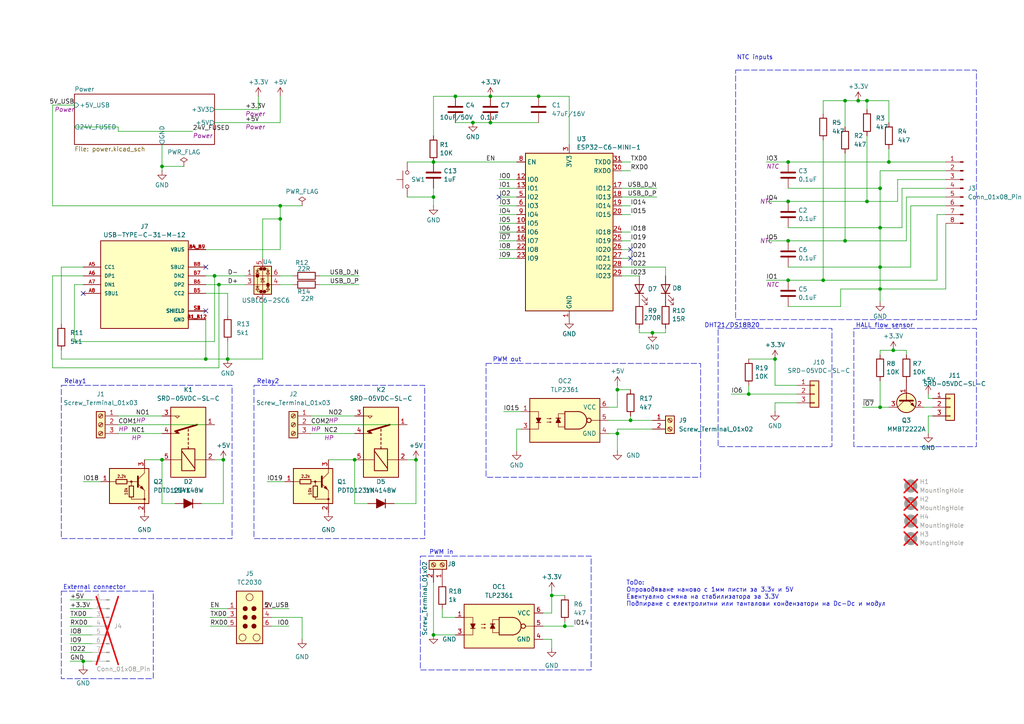
<source format=kicad_sch>
(kicad_sch (version 20250114) (generator "eeschema") (generator_version "9.0")
  (paper "A4")
  (rectangle (start 73.66 111.76) (end 123.19 156.21) (stroke (width 0) (type dash)))
  (rectangle (start 208.28 95.25) (end 208.28 95.25))
  (rectangle (start 208.28 95.25) (end 241.3 129.54) (stroke (width 0) (type dash)))
  (rectangle (start 121.92 161.29) (end 171.45 194.31) (stroke (width 0) (type dash)))
  (rectangle (start 140.97 105.41) (end 203.2 138.43) (stroke (width 0) (type dash)))
  (rectangle (start 213.36 20.32) (end 283.21 92.71) (stroke (width 0) (type dash)))
  (rectangle (start 247.65 95.25) (end 283.21 129.54) (stroke (width 0) (type dash)))
  (rectangle (start 17.78 111.76) (end 67.31 156.21) (stroke (width 0) (type dash)))
  (rectangle (start 17.78 171.45) (end 44.45 196.85) (stroke (width 0) (type dash)))
  (text "NTC inputs" (at 218.948 16.764 0) (effects (font (size 1.27 1.27))))
  (text "Relay1" (at 21.844 110.744 0) (effects (font (size 1.27 1.27))))
  (text "PWM out" (at 147.066 104.394 0) (effects (font (size 1.27 1.27))))
  (text "HALL flow sensor" (at 256.54 94.488 0) (effects (font (size 1.27 1.27))))
  (text "External connector" (at 27.432 170.434 0) (effects (font (size 1.27 1.27))))
  (text "Relay2" (at 77.724 110.744 0) (effects (font (size 1.27 1.27))))
  (text "PWM in\n" (at 128.016 160.274 0) (effects (font (size 1.27 1.27))))
  (text "ToDo:\nОпроводяване наново с 1мм писти за 3.3v и 5V\nЕвентуално смяна на стабилизатора за 3.3V\nПодпиране с електролитни или танталови кондензатори на Dc-Dc и модул" (at 181.61 172.212 0) (effects (font (size 1.27 1.27)) (justify left)))
  (text "DHT21/DS18B20" (at 212.344 94.488 0) (effects (font (size 1.27 1.27))))
  (junction (at 245.11 29.21))
  (junction (at 163.83 181.61))
  (junction (at 251.46 58.42))
  (junction (at 238.76 81.28))
  (junction (at 137.16 35.56))
  (junction (at 142.24 35.56))
  (junction (at 62.23 80.01))
  (junction (at 102.87 133.35))
  (junction (at 255.27 77.47))
  (junction (at 179.07 125.73))
  (junction (at 182.88 121.92))
  (junction (at 24.13 191.77))
  (junction (at 125.73 57.15))
  (junction (at 251.46 29.21))
  (junction (at 46.99 48.26))
  (junction (at 125.73 46.99))
  (junction (at 132.08 27.94))
  (junction (at 255.27 66.04))
  (junction (at 64.77 133.35))
  (junction (at 255.27 118.11))
  (junction (at 179.07 113.03))
  (junction (at 120.65 133.35))
  (junction (at 81.28 63.5))
  (junction (at 46.99 133.35))
  (junction (at 160.02 172.72))
  (junction (at 156.21 27.94))
  (junction (at 189.23 96.52))
  (junction (at 228.6 46.99))
  (junction (at 59.69 104.14))
  (junction (at 63.5 82.55))
  (junction (at 224.79 104.14))
  (junction (at 228.6 81.28))
  (junction (at 248.92 29.21))
  (junction (at 228.6 69.85))
  (junction (at 217.17 114.3))
  (junction (at 257.81 46.99))
  (junction (at 125.73 184.15))
  (junction (at 142.24 27.94))
  (junction (at 259.08 101.6))
  (junction (at 245.11 69.85))
  (junction (at 66.04 104.14))
  (junction (at 255.27 83.82))
  (junction (at 255.27 54.61))
  (junction (at 228.6 58.42))
  (junction (at 81.28 59.69))
  (no_connect (at 182.88 72.39))
  (no_connect (at 59.69 77.47))
  (no_connect (at 24.13 85.09))
  (no_connect (at 182.88 74.93))
  (no_connect (at 144.78 57.15))
  (no_connect (at 59.69 90.17))
  (wire (pts (xy 228.6 58.42) (xy 251.46 58.42)))
  (wire (pts (xy 90.17 123.19) (xy 118.11 123.19)))
  (wire (pts (xy 20.32 189.23) (xy 26.67 189.23)))
  (wire (pts (xy 46.99 41.91) (xy 46.99 48.26)))
  (wire (pts (xy 261.62 54.61) (xy 261.62 66.04)))
  (wire (pts (xy 274.32 59.69) (xy 264.16 59.69)))
  (wire (pts (xy 64.77 146.05) (xy 64.77 133.35)))
  (wire (pts (xy 149.86 124.46) (xy 149.86 130.81)))
  (wire (pts (xy 62.23 99.06) (xy 62.23 80.01)))
  (wire (pts (xy 34.29 36.83) (xy 34.29 38.1)))
  (wire (pts (xy 231.14 114.3) (xy 217.17 114.3)))
  (wire (pts (xy 260.35 58.42) (xy 251.46 58.42)))
  (wire (pts (xy 81.28 72.39) (xy 81.28 63.5)))
  (wire (pts (xy 165.1 27.94) (xy 165.1 41.91)))
  (wire (pts (xy 255.27 49.53) (xy 255.27 54.61)))
  (wire (pts (xy 144.78 67.31) (xy 149.86 67.31)))
  (wire (pts (xy 132.08 35.56) (xy 137.16 35.56)))
  (wire (pts (xy 228.6 77.47) (xy 255.27 77.47)))
  (wire (pts (xy 257.81 43.18) (xy 257.81 46.99)))
  (wire (pts (xy 151.13 124.46) (xy 149.86 124.46)))
  (wire (pts (xy 255.27 118.11) (xy 257.81 118.11)))
  (wire (pts (xy 20.32 173.99) (xy 26.67 173.99)))
  (wire (pts (xy 76.2 63.5) (xy 81.28 63.5)))
  (wire (pts (xy 189.23 124.46) (xy 179.07 124.46)))
  (wire (pts (xy 179.07 113.03) (xy 182.88 113.03)))
  (wire (pts (xy 90.17 125.73) (xy 102.87 125.73)))
  (wire (pts (xy 180.34 69.85) (xy 182.88 69.85)))
  (wire (pts (xy 262.89 101.6) (xy 262.89 102.87)))
  (wire (pts (xy 255.27 77.47) (xy 255.27 83.82)))
  (wire (pts (xy 255.27 49.53) (xy 274.32 49.53)))
  (wire (pts (xy 144.78 57.15) (xy 149.86 57.15)))
  (wire (pts (xy 144.78 72.39) (xy 149.86 72.39)))
  (wire (pts (xy 160.02 172.72) (xy 160.02 177.8)))
  (wire (pts (xy 267.97 118.11) (xy 270.51 118.11)))
  (wire (pts (xy 24.13 191.77) (xy 24.13 193.04)))
  (wire (pts (xy 228.6 81.28) (xy 238.76 81.28)))
  (wire (pts (xy 262.89 69.85) (xy 245.11 69.85)))
  (wire (pts (xy 222.25 58.42) (xy 228.6 58.42)))
  (wire (pts (xy 243.84 83.82) (xy 255.27 83.82)))
  (wire (pts (xy 228.6 66.04) (xy 255.27 66.04)))
  (wire (pts (xy 255.27 54.61) (xy 255.27 66.04)))
  (wire (pts (xy 60.96 181.61) (xy 66.04 181.61)))
  (wire (pts (xy 58.42 146.05) (xy 64.77 146.05)))
  (wire (pts (xy 87.63 179.07) (xy 87.63 185.42)))
  (wire (pts (xy 176.53 125.73) (xy 179.07 125.73)))
  (wire (pts (xy 120.65 146.05) (xy 120.65 133.35)))
  (wire (pts (xy 34.29 38.1) (xy 55.88 38.1)))
  (wire (pts (xy 81.28 82.55) (xy 85.09 82.55)))
  (wire (pts (xy 59.69 92.71) (xy 59.69 104.14)))
  (wire (pts (xy 176.53 121.92) (xy 182.88 121.92)))
  (wire (pts (xy 20.32 191.77) (xy 24.13 191.77)))
  (wire (pts (xy 20.32 179.07) (xy 26.67 179.07)))
  (wire (pts (xy 274.32 83.82) (xy 255.27 83.82)))
  (wire (pts (xy 46.99 48.26) (xy 46.99 49.53)))
  (wire (pts (xy 255.27 102.87) (xy 255.27 101.6)))
  (wire (pts (xy 217.17 104.14) (xy 224.79 104.14)))
  (wire (pts (xy 271.78 62.23) (xy 271.78 81.28)))
  (wire (pts (xy 222.25 81.28) (xy 228.6 81.28)))
  (wire (pts (xy 125.73 39.37) (xy 125.73 27.94)))
  (wire (pts (xy 34.29 36.83) (xy 21.59 36.83)))
  (wire (pts (xy 163.83 181.61) (xy 163.83 180.34)))
  (wire (pts (xy 180.34 67.31) (xy 182.88 67.31)))
  (wire (pts (xy 144.78 74.93) (xy 149.86 74.93)))
  (wire (pts (xy 63.5 82.55) (xy 71.12 82.55)))
  (wire (pts (xy 62.23 35.56) (xy 81.28 35.56)))
  (wire (pts (xy 15.24 106.68) (xy 63.5 106.68)))
  (wire (pts (xy 144.78 62.23) (xy 149.86 62.23)))
  (wire (pts (xy 274.32 54.61) (xy 261.62 54.61)))
  (wire (pts (xy 66.04 85.09) (xy 59.69 85.09)))
  (wire (pts (xy 156.21 27.94) (xy 165.1 27.94)))
  (wire (pts (xy 118.11 133.35) (xy 120.65 133.35)))
  (wire (pts (xy 180.34 57.15) (xy 190.5 57.15)))
  (wire (pts (xy 245.11 29.21) (xy 245.11 36.83)))
  (wire (pts (xy 50.8 146.05) (xy 46.99 146.05)))
  (wire (pts (xy 179.07 124.46) (xy 179.07 125.73)))
  (wire (pts (xy 228.6 46.99) (xy 257.81 46.99)))
  (wire (pts (xy 222.25 46.99) (xy 228.6 46.99)))
  (wire (pts (xy 274.32 52.07) (xy 260.35 52.07)))
  (wire (pts (xy 251.46 29.21) (xy 251.46 31.75)))
  (wire (pts (xy 76.2 63.5) (xy 76.2 74.93)))
  (wire (pts (xy 34.29 120.65) (xy 46.99 120.65)))
  (wire (pts (xy 269.24 115.57) (xy 269.24 114.3)))
  (wire (pts (xy 102.87 133.35) (xy 95.25 133.35)))
  (wire (pts (xy 269.24 120.65) (xy 270.51 120.65)))
  (wire (pts (xy 255.27 101.6) (xy 259.08 101.6)))
  (wire (pts (xy 144.78 52.07) (xy 149.86 52.07)))
  (wire (pts (xy 231.14 116.84) (xy 224.79 116.84)))
  (wire (pts (xy 77.47 139.7) (xy 82.55 139.7)))
  (wire (pts (xy 274.32 64.77) (xy 274.32 83.82)))
  (wire (pts (xy 180.34 49.53) (xy 182.88 49.53)))
  (wire (pts (xy 257.81 46.99) (xy 274.32 46.99)))
  (wire (pts (xy 15.24 59.69) (xy 15.24 30.48)))
  (wire (pts (xy 59.69 104.14) (xy 66.04 104.14)))
  (wire (pts (xy 62.23 133.35) (xy 64.77 133.35)))
  (wire (pts (xy 83.82 181.61) (xy 78.74 181.61)))
  (wire (pts (xy 15.24 80.01) (xy 15.24 106.68)))
  (wire (pts (xy 222.25 69.85) (xy 228.6 69.85)))
  (wire (pts (xy 157.48 181.61) (xy 163.83 181.61)))
  (wire (pts (xy 66.04 104.14) (xy 76.2 104.14)))
  (wire (pts (xy 74.93 31.75) (xy 74.93 27.94)))
  (wire (pts (xy 15.24 30.48) (xy 21.59 30.48)))
  (wire (pts (xy 81.28 35.56) (xy 81.28 27.94)))
  (wire (pts (xy 34.29 125.73) (xy 46.99 125.73)))
  (wire (pts (xy 92.71 80.01) (xy 104.14 80.01)))
  (wire (pts (xy 125.73 184.15) (xy 125.73 168.91)))
  (wire (pts (xy 238.76 29.21) (xy 245.11 29.21)))
  (wire (pts (xy 264.16 77.47) (xy 255.27 77.47)))
  (wire (pts (xy 179.07 125.73) (xy 179.07 130.81)))
  (wire (pts (xy 179.07 111.76) (xy 179.07 113.03)))
  (wire (pts (xy 274.32 57.15) (xy 262.89 57.15)))
  (wire (pts (xy 125.73 57.15) (xy 125.73 54.61)))
  (wire (pts (xy 180.34 54.61) (xy 190.5 54.61)))
  (wire (pts (xy 63.5 106.68) (xy 63.5 82.55)))
  (wire (pts (xy 17.78 101.6) (xy 17.78 104.14)))
  (wire (pts (xy 132.08 27.94) (xy 142.24 27.94)))
  (wire (pts (xy 142.24 35.56) (xy 156.21 35.56)))
  (wire (pts (xy 146.05 119.38) (xy 151.13 119.38)))
  (wire (pts (xy 259.08 101.6) (xy 262.89 101.6)))
  (wire (pts (xy 92.71 82.55) (xy 104.14 82.55)))
  (wire (pts (xy 261.62 66.04) (xy 255.27 66.04)))
  (wire (pts (xy 185.42 95.25) (xy 185.42 96.52)))
  (wire (pts (xy 217.17 114.3) (xy 217.17 111.76)))
  (wire (pts (xy 20.32 176.53) (xy 26.67 176.53)))
  (wire (pts (xy 81.28 59.69) (xy 87.63 59.69)))
  (wire (pts (xy 255.27 110.49) (xy 255.27 118.11)))
  (wire (pts (xy 262.89 57.15) (xy 262.89 69.85)))
  (wire (pts (xy 251.46 29.21) (xy 257.81 29.21)))
  (wire (pts (xy 34.29 123.19) (xy 62.23 123.19)))
  (wire (pts (xy 270.51 115.57) (xy 269.24 115.57)))
  (wire (pts (xy 257.81 35.56) (xy 257.81 29.21)))
  (wire (pts (xy 260.35 52.07) (xy 260.35 58.42)))
  (wire (pts (xy 24.13 191.77) (xy 26.67 191.77)))
  (wire (pts (xy 46.99 48.26) (xy 53.34 48.26)))
  (wire (pts (xy 238.76 40.64) (xy 238.76 81.28)))
  (wire (pts (xy 160.02 172.72) (xy 163.83 172.72)))
  (wire (pts (xy 149.86 46.99) (xy 125.73 46.99)))
  (wire (pts (xy 228.6 69.85) (xy 245.11 69.85)))
  (wire (pts (xy 144.78 64.77) (xy 149.86 64.77)))
  (wire (pts (xy 250.19 118.11) (xy 255.27 118.11)))
  (wire (pts (xy 81.28 59.69) (xy 15.24 59.69)))
  (wire (pts (xy 189.23 121.92) (xy 182.88 121.92)))
  (wire (pts (xy 180.34 62.23) (xy 182.88 62.23)))
  (wire (pts (xy 144.78 69.85) (xy 149.86 69.85)))
  (wire (pts (xy 137.16 35.56) (xy 142.24 35.56)))
  (wire (pts (xy 160.02 171.45) (xy 160.02 172.72)))
  (wire (pts (xy 182.88 121.92) (xy 182.88 120.65)))
  (wire (pts (xy 76.2 104.14) (xy 76.2 87.63)))
  (wire (pts (xy 20.32 181.61) (xy 26.67 181.61)))
  (wire (pts (xy 157.48 185.42) (xy 160.02 185.42)))
  (wire (pts (xy 189.23 96.52) (xy 193.04 96.52)))
  (wire (pts (xy 132.08 179.07) (xy 128.27 179.07)))
  (wire (pts (xy 264.16 59.69) (xy 264.16 77.47)))
  (wire (pts (xy 224.79 116.84) (xy 224.79 119.38)))
  (wire (pts (xy 59.69 72.39) (xy 81.28 72.39)))
  (wire (pts (xy 125.73 59.69) (xy 125.73 57.15)))
  (wire (pts (xy 78.74 179.07) (xy 87.63 179.07)))
  (wire (pts (xy 81.28 80.01) (xy 85.09 80.01)))
  (wire (pts (xy 193.04 95.25) (xy 193.04 96.52)))
  (wire (pts (xy 46.99 133.35) (xy 41.91 133.35)))
  (wire (pts (xy 132.08 27.94) (xy 125.73 27.94)))
  (wire (pts (xy 185.42 96.52) (xy 189.23 96.52)))
  (wire (pts (xy 17.78 77.47) (xy 17.78 93.98)))
  (wire (pts (xy 17.78 104.14) (xy 59.69 104.14)))
  (wire (pts (xy 46.99 146.05) (xy 46.99 133.35)))
  (wire (pts (xy 118.11 46.99) (xy 125.73 46.99)))
  (wire (pts (xy 78.74 176.53) (xy 83.82 176.53)))
  (wire (pts (xy 21.59 82.55) (xy 21.59 99.06)))
  (wire (pts (xy 180.34 72.39) (xy 182.88 72.39)))
  (wire (pts (xy 179.07 113.03) (xy 179.07 118.11)))
  (wire (pts (xy 228.6 88.9) (xy 243.84 88.9)))
  (wire (pts (xy 144.78 54.61) (xy 149.86 54.61)))
  (wire (pts (xy 24.13 82.55) (xy 21.59 82.55)))
  (wire (pts (xy 180.34 74.93) (xy 182.88 74.93)))
  (wire (pts (xy 160.02 177.8) (xy 157.48 177.8)))
  (wire (pts (xy 24.13 80.01) (xy 15.24 80.01)))
  (wire (pts (xy 180.34 59.69) (xy 182.88 59.69)))
  (wire (pts (xy 62.23 80.01) (xy 71.12 80.01)))
  (wire (pts (xy 251.46 39.37) (xy 251.46 58.42)))
  (wire (pts (xy 144.78 59.69) (xy 149.86 59.69)))
  (wire (pts (xy 224.79 111.76) (xy 224.79 104.14)))
  (wire (pts (xy 24.13 139.7) (xy 29.21 139.7)))
  (wire (pts (xy 245.11 29.21) (xy 248.92 29.21)))
  (wire (pts (xy 59.69 82.55) (xy 63.5 82.55)))
  (wire (pts (xy 20.32 186.69) (xy 26.67 186.69)))
  (wire (pts (xy 180.34 80.01) (xy 185.42 80.01)))
  (wire (pts (xy 243.84 88.9) (xy 243.84 83.82)))
  (wire (pts (xy 255.27 66.04) (xy 255.27 77.47)))
  (wire (pts (xy 20.32 184.15) (xy 26.67 184.15)))
  (wire (pts (xy 248.92 29.21) (xy 251.46 29.21)))
  (wire (pts (xy 128.27 179.07) (xy 128.27 176.53)))
  (wire (pts (xy 228.6 54.61) (xy 255.27 54.61)))
  (wire (pts (xy 160.02 185.42) (xy 160.02 187.96)))
  (wire (pts (xy 271.78 81.28) (xy 238.76 81.28)))
  (wire (pts (xy 231.14 111.76) (xy 224.79 111.76)))
  (wire (pts (xy 212.09 114.3) (xy 217.17 114.3)))
  (wire (pts (xy 255.27 83.82) (xy 255.27 87.63)))
  (wire (pts (xy 66.04 99.06) (xy 66.04 104.14)))
  (wire (pts (xy 21.59 99.06) (xy 62.23 99.06)))
  (wire (pts (xy 60.96 176.53) (xy 66.04 176.53)))
  (wire (pts (xy 102.87 146.05) (xy 102.87 133.35)))
  (wire (pts (xy 269.24 120.65) (xy 269.24 125.73)))
  (wire (pts (xy 59.69 80.01) (xy 62.23 80.01)))
  (wire (pts (xy 245.11 44.45) (xy 245.11 69.85)))
  (wire (pts (xy 81.28 59.69) (xy 81.28 63.5)))
  (wire (pts (xy 106.68 146.05) (xy 102.87 146.05)))
  (wire (pts (xy 24.13 77.47) (xy 17.78 77.47)))
  (wire (pts (xy 62.23 31.75) (xy 74.93 31.75)))
  (wire (pts (xy 90.17 120.65) (xy 102.87 120.65)))
  (wire (pts (xy 180.34 77.47) (xy 193.04 77.47)))
  (wire (pts (xy 60.96 179.07) (xy 66.04 179.07)))
  (wire (pts (xy 114.3 146.05) (xy 120.65 146.05)))
  (wire (pts (xy 179.07 118.11) (xy 176.53 118.11)))
  (wire (pts (xy 274.32 62.23) (xy 271.78 62.23)))
  (wire (pts (xy 66.04 91.44) (xy 66.04 85.09)))
  (wire (pts (xy 142.24 27.94) (xy 156.21 27.94)))
  (wire (pts (xy 163.83 181.61) (xy 166.37 181.61)))
  (wire (pts (xy 238.76 33.02) (xy 238.76 29.21)))
  (wire (pts (xy 125.73 184.15) (xy 132.08 184.15)))
  (wire (pts (xy 180.34 46.99) (xy 182.88 46.99)))
  (wire (pts (xy 193.04 77.47) (xy 193.04 80.01)))
  (wire (pts (xy 118.11 57.15) (xy 125.73 57.15)))
  (label "~{IO7}" (at 250.19 118.11 0))
  (label "USB_D_N" (at 104.14 80.01 180))
  (label "IO20" (at 182.88 72.39 0))
  (label "RXD0" (at 60.96 181.61 0))
  (label "~{IO7}" (at 144.78 69.85 0))
  (label "5V_USB" (at 21.59 30.48 180) (property "Netclass" "Power" (at 21.59 31.75 0) (effects (font (italic yes)) (justify right))))
  (label "IO3" (at 144.78 59.69 0))
  (label "+3.3V" (at 20.32 176.53 0))
  (label "IO22" (at 182.88 77.47 0))
  (label "COM2" (at 90.17 123.19 0) (property "Netclass" "HP" (at 90.17 124.46 0) (effects (font (italic yes)) (justify left))))
  (label "IO19" (at 182.88 69.85 0))
  (label "IO0" (at 144.78 52.07 0))
  (label "IO1" (at 222.25 81.28 0) (property "Netclass" "NTC" (at 222.25 82.55 0) (effects (font (italic yes)) (justify left))))
  (label "24V_FUSED" (at 55.88 38.1 0) (property "Netclass" "Power" (at 55.88 39.37 0) (effects (font (italic yes)) (justify left))))
  (label "IO8" (at 144.78 72.39 0))
  (label "IO21" (at 182.88 74.93 0))
  (label "EN" (at 140.97 46.99 0))
  (label "NC1" (at 38.1 125.73 0) (property "Netclass" "HP" (at 38.1 127 0) (effects (font (italic yes)) (justify left))))
  (label "IO4" (at 144.78 62.23 0))
  (label "IO3" (at 222.25 46.99 0) (property "Netclass" "NTC" (at 222.25 48.26 0) (effects (font (italic yes)) (justify left))))
  (label "IO18" (at 24.13 139.7 0))
  (label "TXD0" (at 182.88 46.99 0))
  (label "IO6" (at 144.78 67.31 0))
  (label "RXD0" (at 182.88 49.53 0))
  (label "IO8" (at 20.32 184.15 0))
  (label "IO23" (at 182.88 80.01 0))
  (label "IO0" (at 83.82 181.61 180))
  (label "NO2" (at 95.25 120.65 0) (property "Netclass" "HP" (at 95.25 121.92 0) (effects (font (italic yes)) (justify left))))
  (label "IO14" (at 166.37 181.61 0))
  (label "IO9" (at 144.78 74.93 0))
  (label "D+" (at 66.04 82.55 0))
  (label "IO22" (at 20.32 189.23 0))
  (label "USB_D_N" (at 190.5 54.61 180))
  (label "5V_USB" (at 83.82 176.53 180) (property "Netclass" "Power" (effects (hide yes))))
  (label "IO15" (at 182.88 62.23 0))
  (label "USB_D_P" (at 190.5 57.15 180))
  (label "USB_D_P" (at 104.14 82.55 180))
  (label "IO14" (at 182.88 59.69 0))
  (label "+5V" (at 71.12 35.56 0) (property "Netclass" "Power" (at 71.12 36.83 0) (effects (font (italic yes)) (justify left))))
  (label "+3.3V" (at 71.12 31.75 0) (property "Netclass" "Power" (at 71.12 33.02 0) (effects (font (italic yes)) (justify left))))
  (label "IO15" (at 146.05 119.38 0))
  (label "COM1" (at 34.29 123.19 0) (property "Netclass" "HP" (at 34.29 124.46 0) (effects (font (italic yes)) (justify left))))
  (label "NO1" (at 39.37 120.65 0) (property "Netclass" "HP" (at 39.37 121.92 0) (effects (font (italic yes)) (justify left))))
  (label "TXD0" (at 20.32 179.07 0))
  (label "IO19" (at 77.47 139.7 0))
  (label "IO6" (at 212.09 114.3 0))
  (label "NC2" (at 93.98 125.73 0) (property "Netclass" "HP" (at 93.98 127 0) (effects (font (italic yes)) (justify left))))
  (label "IO2" (at 144.78 57.15 0))
  (label "IO5" (at 222.25 69.85 0) (property "Netclass" "NTC" (at 222.25 69.85 0) (effects (font (italic yes)))))
  (label "EN" (at 60.96 176.53 0))
  (label "RXD0" (at 20.32 181.61 0))
  (label "IO1" (at 144.78 54.61 0))
  (label "IO9" (at 20.32 186.69 0))
  (label "D-" (at 66.04 80.01 0))
  (label "IO5" (at 144.78 64.77 0))
  (label "TXD0" (at 60.96 179.07 0))
  (label "IO18" (at 182.88 67.31 0))
  (label "GND" (at 20.32 191.77 0))
  (label "IO4" (at 222.25 58.42 0) (property "Netclass" "NTC" (at 222.25 58.42 0) (effects (font (italic yes)))))
  (label "+5V" (at 20.32 173.99 0))
  (symbol (lib_id "Device:C") (at 228.6 73.66 0) (unit 1)
    (property "Reference" "C6" (at 231.521 72.4478 0) (effects (justify left)))
    (property "Value" "0.1uF" (at 231.521 74.8721 0) (effects (justify left)))
    (property "Footprint" "Capacitor_SMD:C_1206_3216Metric" (effects (hide yes)))
    (property "Description" "Unpolarized capacitor" (effects (hide yes)))
    (property "LCSC Part #" "C24497" (effects (hide yes)))
    (property "MP" "CC0402KRX7R5BB104" (effects (hide yes)))
    (property "DIGIKEY Part #" "311-1701-1-ND" (effects (hide yes)))
  )
  (symbol (lib_id "power:+5V") (at 64.77 133.35 0) (unit 1)
    (property "Reference" "#PWR01" (effects (hide yes)))
    (property "Value" "+5V" (at 64.77 129.2169 0))
    (property "Description" "Power symbol creates a global label with name \"+5V\"" (effects (hide yes)))
  )
  (symbol (lib_id "power:GND") (at 165.1 92.71 0) (unit 1)
    (property "Reference" "#PWR010" (effects (hide yes)))
    (property "Value" "GND" (at 165.1 96.8431 0))
    (property "Description" "Power symbol creates a global label with name \"GND\" , ground" (effects (hide yes)))
  )
  (symbol (lib_id "Device:R") (at 193.04 91.44 0) (unit 1)
    (property "Reference" "R10" (at 196.85 90.0895 0))
    (property "Value" "15R" (at 196.85 92.5138 0))
    (property "Footprint" "Resistor_SMD:R_0805_2012Metric" (effects (hide yes)))
    (property "Description" "Resistor" (effects (hide yes)))
    (property "LCSC Part #" "C17480" (effects (hide yes)))
  )
  (symbol (lib_id "power:GND1") (at 179.07 130.81 0) (unit 1)
    (property "Reference" "#PWR025" (effects (hide yes)))
    (property "Value" "GND" (at 181.61 132.0799 0) (effects (justify left)))
    (property "Description" "Power symbol creates a global label with name \"GND1\" , ground" (effects (hide yes)))
  )
  (symbol (lib_id "Device:R") (at 88.9 80.01 90) (unit 1)
    (property "Reference" "R12" (at 87.5495 76.2 90))
    (property "Value" "22R" (at 88.138 77.978 90))
    (property "Footprint" "Resistor_SMD:R_0805_2012Metric" (effects (hide yes)))
    (property "Description" "Resistor" (effects (hide yes)))
    (property "LCSC Part #" "C17561" (effects (hide yes)))
  )
  (symbol (lib_id "power:+3.3V") (at 248.92 29.21 0) (unit 1)
    (property "Reference" "#PWR07" (effects (hide yes)))
    (property "Value" "+3.3V" (at 248.92 25.0769 0))
    (property "Description" "Power symbol creates a global label with name \"+3.3V\"" (effects (hide yes)))
  )
  (symbol (lib_id "Device:R") (at 251.46 35.56 0) (unit 1)
    (property "Reference" "R3" (at 254 34.2899 0) (effects (justify left)))
    (property "Value" "4k7" (at 254 36.8299 0) (effects (justify left)))
    (property "Footprint" "Resistor_SMD:R_0805_2012Metric" (effects (hide yes)))
    (property "Description" "Resistor" (effects (hide yes)))
    (property "LCSC Part #" "C17673" (effects (hide yes)))
  )
  (symbol (lib_id "Connector_Generic:Conn_01x03") (at 275.59 118.11 0) (unit 1)
    (property "Reference" "J11" (at 276.86 108.8855 0))
    (property "Value" "SRD-05VDC-SL-C" (at 276.86 111.3098 0))
    (property "Footprint" "TerminalBlock_Phoenix:TerminalBlock_Phoenix_MKDS-1,5-3-5.08_1x03_P5.08mm_Horizontal" (effects (hide yes)))
    (property "Description" "Generic connector, single row, 01x03, script generated (kicad-library-utils/schlib/autogen/connector/)" (effects (hide yes)))
    (property "CometPartNum" "DW03R" (effects (hide yes)))
    (property "LCSC Part #" "C2915640" (effects (hide yes)))
  )
  (symbol (lib_id "power:GND") (at 224.79 119.38 0) (unit 1)
    (property "Reference" "#PWR014" (effects (hide yes)))
    (property "Value" "GND" (at 224.79 123.5131 0))
    (property "Description" "Power symbol creates a global label with name \"GND\" , ground" (effects (hide yes)))
  )
  (symbol (lib_id "Device:C") (at 125.73 50.8 0) (unit 1)
    (property "Reference" "C13" (at 128.651 49.5878 0) (effects (justify left)))
    (property "Value" "1uF" (at 128.651 52.0121 0) (effects (justify left)))
    (property "Footprint" "Capacitor_SMD:C_0402_1005Metric" (effects (hide yes)))
    (property "Description" "Unpolarized capacitor" (effects (hide yes)))
    (property "LCSC Part #" "C14445" (effects (hide yes)))
    (property "MP" "CL05A105KP5NNNC" (effects (hide yes)))
    (property "DIGIKEY Part #" "1276-1076-1-ND" (effects (hide yes)))
  )
  (symbol (lib_id "power:+5V") (at 120.65 133.35 0) (unit 1)
    (property "Reference" "#PWR030" (effects (hide yes)))
    (property "Value" "+5V" (at 120.65 129.2169 0))
    (property "Description" "Power symbol creates a global label with name \"+5V\"" (effects (hide yes)))
  )
  (symbol (lib_id "Device:LED") (at 185.42 83.82 90) (unit 1)
    (property "Reference" "D7" (at 189.23 83.82 90))
    (property "Value" "KT-0805G" (effects (hide yes)))
    (property "Footprint" "LED_SMD:LED_0805_2012Metric" (effects (hide yes)))
    (property "Description" "Light emitting diode" (effects (hide yes)))
    (property "LCSC Part #" "C2297" (effects (hide yes)))
    (property "Sim.Pins" "1=K 2=A" (effects (hide yes)))
  )
  (symbol (lib_id "Device:R") (at 125.73 43.18 0) (unit 1)
    (property "Reference" "R1" (at 127.508 41.9678 0) (effects (justify left)))
    (property "Value" "10K" (at 127.508 44.3921 0) (effects (justify left)))
    (property "Footprint" "Resistor_SMD:R_0805_2012Metric" (effects (hide yes)))
    (property "Description" "Resistor" (effects (hide yes)))
    (property "LCSC Part #" "C17414" (effects (hide yes)))
  )
  (symbol (lib_id "power:+3.3V") (at 160.02 171.45 0) (unit 1)
    (property "Reference" "#PWR023" (effects (hide yes)))
    (property "Value" "+3.3V" (at 160.02 167.3169 0))
    (property "Description" "Power symbol creates a global label with name \"+3.3V\"" (effects (hide yes)))
  )
  (symbol (lib_id "PCM_Diode_AKL:1N4148W") (at 110.49 146.05 0) (unit 1)
    (property "Reference" "D5" (at 110.49 139.7 0))
    (property "Value" "1N4148W" (at 110.49 142.24 0))
    (property "Footprint" "Diode_SMD:D_SOD-323_HandSoldering" (effects (hide yes)))
    (property "Datasheet" "https://datasheet.octopart.com/1N4148W-HE3-18-Vishay-datasheet-17291302.pdf" (effects (hide yes)))
    (property "Description" "SOD-123 Diode, Small Signal, Fast Switching, 75V, 150mA, 4ns, Alternate KiCad Library" (effects (hide yes)))
    (property "LCSC Part #" "C2128" (effects (hide yes)))
  )
  (symbol (lib_id "Device:R") (at 217.17 107.95 0) (unit 1)
    (property "Reference" "R19" (at 218.948 106.7378 0) (effects (justify left)))
    (property "Value" "10K" (at 218.948 109.1621 0) (effects (justify left)))
    (property "Footprint" "Resistor_SMD:R_0805_2012Metric" (effects (hide yes)))
    (property "Description" "Resistor" (effects (hide yes)))
    (property "LCSC Part #" "C17414" (effects (hide yes)))
  )
  (symbol (lib_id "power:+3.3V") (at 259.08 101.6 0) (unit 1)
    (property "Reference" "#PWR019" (effects (hide yes)))
    (property "Value" "+3.3V" (at 259.08 97.4669 0))
    (property "Description" "Power symbol creates a global label with name \"+3.3V\"" (effects (hide yes)))
  )
  (symbol (lib_id "Switch:SW_Push") (at 118.11 52.07 90) (unit 1)
    (property "Reference" "SW1" (at 119.253 52.07 90) (effects (justify right)))
    (property "Value" "Reboot" (effects (hide yes)))
    (property "Footprint" "MyFootprints:SW-SMD_4P-L5.1-W5.1-P3.70-LS6.5-TL-2" (effects (hide yes)))
    (property "Description" "Push button switch, generic, two pins" (effects (hide yes)))
    (property "LCSC Part #" "C318884" (effects (hide yes)))
  )
  (symbol (lib_id "Device:C") (at 132.08 31.75 0) (unit 1)
    (property "Reference" "C4" (at 135.001 30.5379 0) (effects (justify left)))
    (property "Value" "10uF/50V" (at 127.508 34.036 0) (effects (justify left)))
    (property "Footprint" "Capacitor_SMD:C_1206_3216Metric" (effects (hide yes)))
    (property "Description" "Unpolarized capacitor" (effects (hide yes)))
    (property "LCSC Part #" "C13585" (effects (hide yes)))
    (property "MP" "GMC31X7R475K50NT" (effects (hide yes)))
    (property "DIGIKEY Part #" "4713-GMC31X7R475K50NTCT-ND" (effects (hide yes)))
  )
  (symbol (lib_id "Connector:TC2030") (at 71.12 179.07 0) (unit 1) (in_bom no)
    (property "Reference" "J5" (at 72.39 166.37 0))
    (property "Value" "TC2030" (at 72.39 168.91 0))
    (property "Footprint" "Connector:Tag-Connect_TC2030-IDC-NL_2x03_P1.27mm_Vertical" (effects (hide yes)))
    (property "Datasheet" "https://www.tag-connect.com/wp-content/uploads/bsk-pdf-manager/2019/12/TC2030-IDC-NL-Datasheet-Rev-B.pdf" (effects (hide yes)))
    (property "Description" "Tag-Connect’s 6-pins connector" (effects (hide yes)))
  )
  (symbol (lib_id "Connector:Screw_Terminal_01x03") (at 85.09 123.19 0) (mirror y) (unit 1)
    (property "Reference" "J2" (at 85.09 114.3 0))
    (property "Value" "Screw_Terminal_01x03" (at 85.09 116.84 0))
    (property "Footprint" "TerminalBlock_Phoenix:TerminalBlock_Phoenix_MKDS-1,5-3-5.08_1x03_P5.08mm_Horizontal" (effects (hide yes)))
    (property "Description" "Generic screw terminal, single row, 01x03, script generated (kicad-library-utils/schlib/autogen/connector/)" (effects (hide yes)))
    (property "LCSC Part #" "C2915640" (effects (hide yes)))
  )
  (symbol (lib_id "Device:R") (at 238.76 36.83 0) (unit 1)
    (property "Reference" "R5" (at 241.3 35.5599 0) (effects (justify left)))
    (property "Value" "4k7" (at 241.3 38.0999 0) (effects (justify left)))
    (property "Footprint" "Resistor_SMD:R_0805_2012Metric" (effects (hide yes)))
    (property "Description" "Resistor" (effects (hide yes)))
    (property "LCSC Part #" "C17673" (effects (hide yes)))
  )
  (symbol (lib_id "Connector:Screw_Terminal_01x02") (at 194.31 121.92 0) (unit 1)
    (property "Reference" "J9" (at 196.85 121.9199 0) (effects (justify left)))
    (property "Value" "Screw_Terminal_01x02" (at 196.85 124.4599 0) (effects (justify left)))
    (property "Footprint" "TerminalBlock_Phoenix:TerminalBlock_Phoenix_MKDS-1,5-2-5.08_1x02_P5.08mm_Horizontal" (effects (hide yes)))
    (property "Description" "Generic screw terminal, single row, 01x02, script generated (kicad-library-utils/schlib/autogen/connector/)" (effects (hide yes)))
    (property "LCSC Part #" "C2915639" (effects (hide yes)))
  )
  (symbol (lib_id "Device:R") (at 66.04 95.25 0) (unit 1)
    (property "Reference" "R13" (at 68.58 93.9799 0) (effects (justify left)))
    (property "Value" "5k1" (at 68.58 96.5199 0) (effects (justify left)))
    (property "Footprint" "Resistor_SMD:R_0805_2012Metric" (effects (hide yes)))
    (property "Description" "Resistor" (effects (hide yes)))
    (property "LCSC Part #" "C27834" (effects (hide yes)))
  )
  (symbol (lib_id "power:GND") (at 46.99 49.53 0) (unit 1)
    (property "Reference" "#PWR02" (effects (hide yes)))
    (property "Value" "GND" (at 46.99 53.6631 0))
    (property "Description" "Power symbol creates a global label with name \"GND\" , ground" (effects (hide yes)))
  )
  (symbol (lib_id "Device:R") (at 128.27 172.72 0) (unit 1)
    (property "Reference" "R18" (at 130.048 171.5078 0) (effects (justify left)))
    (property "Value" "1k" (at 130.048 173.9321 0) (effects (justify left)))
    (property "Footprint" "Resistor_SMD:R_0805_2012Metric" (effects (hide yes)))
    (property "Description" "Resistor" (effects (hide yes)))
    (property "LCSC Part #" "C17513" (effects (hide yes)))
  )
  (symbol (lib_id "Device:C") (at 228.6 50.8 0) (unit 1)
    (property "Reference" "C3" (at 231.521 49.5878 0) (effects (justify left)))
    (property "Value" "0.1uF" (at 231.521 52.0121 0) (effects (justify left)))
    (property "Footprint" "Capacitor_SMD:C_1206_3216Metric" (effects (hide yes)))
    (property "Description" "Unpolarized capacitor" (effects (hide yes)))
    (property "LCSC Part #" "C24497" (effects (hide yes)))
    (property "MP" "CC0402KRX7R5BB104" (effects (hide yes)))
    (property "DIGIKEY Part #" "311-1701-1-ND" (effects (hide yes)))
  )
  (symbol (lib_id "power:GND") (at 269.24 125.73 0) (unit 1)
    (property "Reference" "#PWR016" (effects (hide yes)))
    (property "Value" "GND" (at 269.24 129.8631 0))
    (property "Description" "Power symbol creates a global label with name \"GND\" , ground" (effects (hide yes)))
  )
  (symbol (lib_id "power:GND1") (at 160.02 187.96 0) (unit 1)
    (property "Reference" "#PWR028" (effects (hide yes)))
    (property "Value" "GND" (at 160.02 193.04 0))
    (property "Description" "Power symbol creates a global label with name \"GND1\" , ground" (effects (hide yes)))
  )
  (symbol (lib_id "Device:C") (at 228.6 62.23 0) (unit 1)
    (property "Reference" "C2" (at 231.521 61.0178 0) (effects (justify left)))
    (property "Value" "0.1uF" (at 231.521 63.4421 0) (effects (justify left)))
    (property "Footprint" "Capacitor_SMD:C_1206_3216Metric" (effects (hide yes)))
    (property "Description" "Unpolarized capacitor" (effects (hide yes)))
    (property "LCSC Part #" "C24497" (effects (hide yes)))
    (property "MP" "CC0402KRX7R5BB104" (effects (hide yes)))
    (property "DIGIKEY Part #" "311-1701-1-ND" (effects (hide yes)))
  )
  (symbol (lib_id "Mechanical:MountingHole") (at 264.16 151.13 0) (unit 1) (in_bom no) (dnp yes)
    (property "Reference" "H4" (at 266.7 149.8599 0) (effects (justify left)))
    (property "Value" "MountingHole" (at 266.7 152.3999 0) (effects (justify left)))
    (property "Footprint" "MountingHole:MountingHole_3.2mm_M3_ISO7380" (effects (hide yes)))
    (property "Description" "Mounting Hole without connection" (effects (hide yes)))
  )
  (symbol (lib_id "Mechanical:MountingHole") (at 264.16 156.21 0) (unit 1) (in_bom no) (dnp yes)
    (property "Reference" "H3" (at 266.7 154.9399 0) (effects (justify left)))
    (property "Value" "MountingHole" (at 266.7 157.4799 0) (effects (justify left)))
    (property "Footprint" "MountingHole:MountingHole_3.2mm_M3_ISO7380" (effects (hide yes)))
    (property "Description" "Mounting Hole without connection" (effects (hide yes)))
  )
  (symbol (lib_id "Connector:Conn_01x08_Pin") (at 279.4 54.61 0) (mirror y) (unit 1)
    (property "Reference" "J3" (at 280.67 54.6099 0) (effects (justify right)))
    (property "Value" "Conn_01x08_Pin" (at 280.67 57.1499 0) (effects (justify right)))
    (property "Footprint" "TerminalBlock_Phoenix:TerminalBlock_Phoenix_MKDS-1,5-8-5.08_1x08_P5.08mm_Horizontal" (effects (hide yes)))
    (property "Description" "Generic connector, single row, 01x08, script generated" (effects (hide yes)))
    (property "LCSC Part #" "C5143711" (effects (hide yes)))
  )
  (symbol (lib_id "PCM_Optocoupler_Logic_AKL:TLP2361") (at 144.78 181.61 0) (unit 1)
    (property "Reference" "OC1" (at 144.78 170.18 0))
    (property "Value" "TLP2361" (at 144.78 172.72 0))
    (property "Footprint" "PCM_Package_SO_AKL:SO-5_4.4x3.6mm_P1.27mm" (effects (hide yes)))
    (property "Datasheet" "https://www.tme.eu/Document/22d4172b7ccceb8266e80146cf91b6c4/TLP2361-E-T.pdf" (effects (hide yes)))
    (property "Description" "SO-5 Optocoupler, Open Collector/Drain output, Inverting, 3.75kV, 15Mbps, Alternate KiCAD Library" (effects (hide yes)))
    (property "LCSC Part #" "C107626" (effects (hide yes)))
  )
  (symbol (lib_id "Device:R") (at 185.42 91.44 0) (unit 1)
    (property "Reference" "R9" (at 189.23 90.0895 0))
    (property "Value" "270R" (at 189.23 92.202 0))
    (property "Footprint" "Digikey library:LED_0603" (effects (hide yes)))
    (property "Description" "Resistor" (effects (hide yes)))
    (property "LCSC Part #" "C22966" (effects (hide yes)))
  )
  (symbol (lib_id "Power_Protection:USBLC6-2SC6") (at 76.2 80.01 0) (unit 1)
    (property "Reference" "U4" (at 76.2 75.946 0) (effects (justify left)))
    (property "Value" "USBLC6-2SC6" (at 70.104 87.122 0) (effects (justify left)))
    (property "Footprint" "Package_TO_SOT_SMD:SOT-23-6" (effects (hide yes)))
    (property "Datasheet" "https://www.st.com/resource/en/datasheet/usblc6-2.pdf" (effects (hide yes)))
    (property "Description" "Very low capacitance ESD protection diode, 2 data-line, SOT-23-6" (effects (hide yes)))
    (property "LCSC Part #" "C7519" (effects (hide yes)))
  )
  (symbol (lib_id "power:GND1") (at 87.63 185.42 0) (unit 1)
    (property "Reference" "#PWR018" (effects (hide yes)))
    (property "Value" "GND" (at 87.63 190.5 0))
    (property "Description" "Power symbol creates a global label with name \"GND1\" , ground" (effects (hide yes)))
  )
  (symbol (lib_id "Mechanical:MountingHole") (at 264.16 140.97 0) (unit 1) (in_bom no) (dnp yes)
    (property "Reference" "H1" (at 266.7 139.6999 0) (effects (justify left)))
    (property "Value" "MountingHole" (at 266.7 142.2399 0) (effects (justify left)))
    (property "Footprint" "MountingHole:MountingHole_3.2mm_M3_ISO7380" (effects (hide yes)))
    (property "Description" "Mounting Hole without connection" (effects (hide yes)))
  )
  (symbol (lib_id "Device:C") (at 142.24 31.75 0) (unit 1)
    (property "Reference" "C7" (at 145.161 30.5378 0) (effects (justify left)))
    (property "Value" "0.1uF" (at 139.192 34.036 0) (effects (justify left)))
    (property "Footprint" "Capacitor_SMD:C_1206_3216Metric" (effects (hide yes)))
    (property "Description" "Unpolarized capacitor" (effects (hide yes)))
    (property "LCSC Part #" "C24497" (effects (hide yes)))
    (property "MP" "CC0402KRX7R5BB104" (effects (hide yes)))
    (property "DIGIKEY Part #" "311-1701-1-ND" (effects (hide yes)))
  )
  (symbol (lib_id "Device:LED") (at 193.04 83.82 90) (unit 1)
    (property "Reference" "D8" (at 196.342 83.566 90))
    (property "Value" "KT-0805B" (effects (hide yes)))
    (property "Footprint" "Diode_SMD:D_0805_2012Metric" (effects (hide yes)))
    (property "Description" "Light emitting diode" (effects (hide yes)))
    (property "LCSC Part #" "C2293" (effects (hide yes)))
    (property "Sim.Pins" "1=K 2=A" (effects (hide yes)))
  )
  (symbol (lib_id "power:+5V") (at 269.24 114.3 0) (unit 1)
    (property "Reference" "#PWR015" (effects (hide yes)))
    (property "Value" "+5V" (at 269.24 110.1669 0))
    (property "Description" "Power symbol creates a global label with name \"+5V\"" (effects (hide yes)))
  )
  (symbol (lib_id "power:GND1") (at 24.13 193.04 0) (unit 1)
    (property "Reference" "#PWR09" (effects (hide yes)))
    (property "Value" "GND" (at 24.13 198.12 0))
    (property "Description" "Power symbol creates a global label with name \"GND1\" , ground" (effects (hide yes)))
  )
  (symbol (lib_id "power:GND1") (at 125.73 184.15 0) (unit 1)
    (property "Reference" "#PWR026" (effects (hide yes)))
    (property "Value" "GND" (at 128.27 185.4199 0) (effects (justify left)))
    (property "Description" "Power symbol creates a global label with name \"GND1\" , ground" (effects (hide yes)))
  )
  (symbol (lib_id "power:+5V") (at 179.07 111.76 0) (unit 1)
    (property "Reference" "#PWR031" (effects (hide yes)))
    (property "Value" "+5V" (at 179.07 107.6269 0))
    (property "Description" "Power symbol creates a global label with name \"+5V\"" (effects (hide yes)))
  )
  (symbol (lib_id "PCM_Transistor_BJT_Pre-Biased_AKL:PDTD123YK") (at 38.1 140.97 0) (unit 1)
    (property "Reference" "Q2" (at 44.45 139.6999 0) (effects (justify left)))
    (property "Value" "PDTD123YK" (at 44.45 142.2399 0) (effects (justify left)))
    (property "Footprint" "PCM_Package_TO_SOT_SMD_AKL:SC-59" (effects (hide yes)))
    (property "Datasheet" "https://www.tme.eu/Document/00d100fbe85007aed9283e335777de9e/PDTD123Y_SER.pdf" (effects (hide yes)))
    (property "Description" "NPN SC-59 Pre-Biased transistor, 50V, 500mA, 250mW, Alternate KiCAD Library" (effects (hide yes)))
    (property "LCSC Part #" "C295450" (effects (hide yes)))
  )
  (symbol (lib_id "Device:R") (at 257.81 39.37 0) (unit 1)
    (property "Reference" "R4" (at 260.35 38.0999 0) (effects (justify left)))
    (property "Value" "4k7" (at 260.35 40.6399 0) (effects (justify left)))
    (property "Footprint" "Resistor_SMD:R_0805_2012Metric" (effects (hide yes)))
    (property "Description" "Resistor" (effects (hide yes)))
    (property "LCSC Part #" "C17673" (effects (hide yes)))
  )
  (symbol (lib_id "Connector_Generic:Conn_01x03") (at 236.22 114.3 0) (unit 1)
    (property "Reference" "J10" (at 237.49 105.0755 0))
    (property "Value" "SRD-05VDC-SL-C" (at 237.49 107.4998 0))
    (property "Footprint" "TerminalBlock_Phoenix:TerminalBlock_Phoenix_MKDS-1,5-3-5.08_1x03_P5.08mm_Horizontal" (effects (hide yes)))
    (property "Description" "Generic connector, single row, 01x03, script generated (kicad-library-utils/schlib/autogen/connector/)" (effects (hide yes)))
    (property "CometPartNum" "DW03R" (effects (hide yes)))
    (property "LCSC Part #" "C2915640" (effects (hide yes)))
  )
  (symbol (lib_id "Connector:Conn_01x08_Pin") (at 31.75 181.61 0) (mirror y) (unit 1) (in_bom no) (dnp yes)
    (property "Reference" "J4" (at 33.02 181.6099 0) (effects (justify right)))
    (property "Value" "Conn_01x08_Pin" (at 27.94 194.056 0) (effects (justify right)))
    (property "Footprint" "Connector_PinHeader_2.54mm:PinHeader_1x08_P2.54mm_Vertical" (effects (hide yes)))
    (property "Description" "Generic connector, single row, 01x08, script generated" (effects (hide yes)))
  )
  (symbol (lib_id "RF_Module:ESP32-C6-MINI-1") (at 165.1 67.31 0) (unit 1)
    (property "Reference" "U3" (at 167.2433 40.3055 0) (effects (justify left)))
    (property "Value" "ESP32-C6-MINI-1" (at 167.2433 42.7298 0) (effects (justify left)))
    (property "Footprint" "RF_Module:ESP32-C6-MINI-1" (effects (hide yes)))
    (property "Datasheet" "https://www.espressif.com/sites/default/files/documentation/esp32-c6-mini-1_mini-1u_datasheet_en.pdf" (effects (hide yes)))
    (property "Description" "RF Module, ESP32-C6 SoC, Wi-Fi 802.11b/g/n/ax, Bluetooth, BLE, Zigbee, Thread, 32-bit, 3.3V, SMD, onboard antenna" (effects (hide yes)))
    (property "LCSC Part #" "C5736265" (effects (hide yes)))
  )
  (symbol (lib_id "power:GND") (at 189.23 96.52 0) (unit 1)
    (property "Reference" "#PWR011" (effects (hide yes)))
    (property "Value" "GND" (at 189.23 100.6531 0))
    (property "Description" "Power symbol creates a global label with name \"GND\" , ground" (effects (hide yes)))
  )
  (symbol (lib_id "PCM_Transistor_BJT_Pre-Biased_AKL:PDTD123YK") (at 91.44 140.97 0) (unit 1)
    (property "Reference" "Q1" (at 97.79 139.6999 0) (effects (justify left)))
    (property "Value" "PDTD123YK" (at 97.79 142.2399 0) (effects (justify left)))
    (property "Footprint" "PCM_Package_TO_SOT_SMD_AKL:SC-59" (effects (hide yes)))
    (property "Datasheet" "https://www.tme.eu/Document/00d100fbe85007aed9283e335777de9e/PDTD123Y_SER.pdf" (effects (hide yes)))
    (property "Description" "NPN SC-59 Pre-Biased transistor, 50V, 500mA, 250mW, Alternate KiCAD Library" (effects (hide yes)))
    (property "LCSC Part #" "C295450" (effects (hide yes)))
  )
  (symbol (lib_id "Device:R") (at 255.27 106.68 0) (unit 1)
    (property "Reference" "R8" (at 257.048 105.4678 0) (effects (justify left)))
    (property "Value" "10K" (at 257.048 107.8921 0) (effects (justify left)))
    (property "Footprint" "Resistor_SMD:R_0805_2012Metric" (effects (hide yes)))
    (property "Description" "Resistor" (effects (hide yes)))
    (property "LCSC Part #" "C17414" (effects (hide yes)))
  )
  (symbol (lib_id "PCM_Diode_AKL:1N4148W") (at 54.61 146.05 0) (unit 1)
    (property "Reference" "D2" (at 54.61 139.7 0))
    (property "Value" "1N4148W" (at 54.61 142.24 0))
    (property "Footprint" "Diode_SMD:D_SOD-323_HandSoldering" (effects (hide yes)))
    (property "Datasheet" "https://datasheet.octopart.com/1N4148W-HE3-18-Vishay-datasheet-17291302.pdf" (effects (hide yes)))
    (property "Description" "SOD-123 Diode, Small Signal, Fast Switching, 75V, 150mA, 4ns, Alternate KiCad Library" (effects (hide yes)))
    (property "LCSC Part #" "C2128" (effects (hide yes)))
  )
  (symbol (lib_id "Device:R") (at 262.89 106.68 0) (unit 1)
    (property "Reference" "R7" (at 264.668 105.4678 0) (effects (justify left)))
    (property "Value" "10K" (at 264.668 107.8921 0) (effects (justify left)))
    (property "Footprint" "Resistor_SMD:R_0805_2012Metric" (effects (hide yes)))
    (property "Description" "Resistor" (effects (hide yes)))
    (property "LCSC Part #" "C17414" (effects (hide yes)))
  )
  (symbol (lib_id "Device:R") (at 17.78 97.79 0) (unit 1)
    (property "Reference" "R11" (at 20.32 96.5199 0) (effects (justify left)))
    (property "Value" "5k1" (at 20.32 99.0599 0) (effects (justify left)))
    (property "Footprint" "Resistor_SMD:R_0805_2012Metric" (effects (hide yes)))
    (property "Description" "Resistor" (effects (hide yes)))
    (property "LCSC Part #" "C27834" (effects (hide yes)))
  )
  (symbol (lib_id "power:+3.3V") (at 224.79 104.14 0) (unit 1)
    (property "Reference" "#PWR013" (effects (hide yes)))
    (property "Value" "+3.3V" (at 224.79 100.0069 0))
    (property "Description" "Power symbol creates a global label with name \"+3.3V\"" (effects (hide yes)))
  )
  (symbol (lib_id "Device:R") (at 182.88 116.84 0) (unit 1)
    (property "Reference" "R17" (at 185.42 115.5699 0) (effects (justify left)))
    (property "Value" "4k7" (at 185.42 118.1099 0) (effects (justify left)))
    (property "Footprint" "Resistor_SMD:R_0805_2012Metric" (effects (hide yes)))
    (property "Description" "Resistor" (effects (hide yes)))
    (property "LCSC Part #" "C17673" (effects (hide yes)))
  )
  (symbol (lib_id "power:GND") (at 137.16 35.56 0) (unit 1)
    (property "Reference" "#PWR08" (effects (hide yes)))
    (property "Value" "GND" (at 137.16 39.6931 0))
    (property "Description" "Power symbol creates a global label with name \"GND\" , ground" (effects (hide yes)))
  )
  (symbol (lib_id "power:PWR_FLAG") (at 87.63 59.69 0) (unit 1)
    (property "Reference" "#FLG01" (effects (hide yes)))
    (property "Value" "PWR_FLAG" (at 87.63 55.5569 0))
    (property "Description" "Special symbol for telling ERC where power comes from" (effects (hide yes)))
  )
  (symbol (lib_id "Device:R") (at 245.11 40.64 0) (unit 1)
    (property "Reference" "R2" (at 247.65 39.3699 0) (effects (justify left)))
    (property "Value" "4k7" (at 247.65 41.9099 0) (effects (justify left)))
    (property "Footprint" "Resistor_SMD:R_0805_2012Metric" (effects (hide yes)))
    (property "Description" "Resistor" (effects (hide yes)))
    (property "LCSC Part #" "C17673" (effects (hide yes)))
  )
  (symbol (lib_id "power:GND") (at 125.73 59.69 0) (unit 1)
    (property "Reference" "#PWR06" (effects (hide yes)))
    (property "Value" "GND" (at 125.73 63.8231 0))
    (property "Description" "Power symbol creates a global label with name \"GND\" , ground" (effects (hide yes)))
  )
  (symbol (lib_id "Relay:SANYOU_SRD_Form_C") (at 110.49 128.27 90) (unit 1)
    (property "Reference" "K2" (at 110.49 113.03 90))
    (property "Value" "SRD-05VDC-SL-C" (at 110.49 115.57 90))
    (property "Footprint" "Relay_THT:Relay_SPDT_SANYOU_SRD_Series_Form_C" (effects (hide yes)))
    (property "Datasheet" "http://www.sanyourelay.ca/public/products/pdf/SRD.pdf" (effects (hide yes)))
    (property "Description" "Sanyo SRD relay, Single Pole Miniature Power Relay," (effects (hide yes)))
    (property "LCSC Part #" "C35449" (effects (hide yes)))
  )
  (symbol (lib_id "power:GND") (at 66.04 104.14 0) (mirror y) (unit 1)
    (property "Reference" "#PWR022" (effects (hide yes)))
    (property "Value" "GND" (at 66.04 108.2731 0))
    (property "Description" "Power symbol creates a global label with name \"GND\" , ground" (effects (hide yes)))
  )
  (symbol (lib_id "power:+5V") (at 81.28 27.94 0) (unit 1)
    (property "Reference" "#PWR04" (effects (hide yes)))
    (property "Value" "+5V" (at 81.28 23.8069 0))
    (property "Description" "Power symbol creates a global label with name \"+5V\"" (effects (hide yes)))
  )
  (symbol (lib_id "Device:R") (at 163.83 176.53 0) (unit 1)
    (property "Reference" "R6" (at 166.37 175.2599 0) (effects (justify left)))
    (property "Value" "4k7" (at 166.37 177.7999 0) (effects (justify left)))
    (property "Footprint" "Resistor_SMD:R_0805_2012Metric" (effects (hide yes)))
    (property "Description" "Resistor" (effects (hide yes)))
    (property "LCSC Part #" "C17673" (effects (hide yes)))
  )
  (symbol (lib_id "Mechanical:MountingHole") (at 264.16 146.05 0) (unit 1) (in_bom no) (dnp yes)
    (property "Reference" "H2" (at 266.7 144.7799 0) (effects (justify left)))
    (property "Value" "MountingHole" (at 266.7 147.3199 0) (effects (justify left)))
    (property "Footprint" "MountingHole:MountingHole_3.2mm_M3_ISO7380" (effects (hide yes)))
    (property "Description" "Mounting Hole without connection" (effects (hide yes)))
  )
  (symbol (lib_id "Device:C") (at 156.21 31.75 0) (unit 1)
    (property "Reference" "C1" (at 160.02 30.4799 0) (effects (justify left)))
    (property "Value" "47uF/16V" (at 160.02 33.0199 0) (effects (justify left)))
    (property "Footprint" "Capacitor_SMD:C_1206_3216Metric" (effects (hide yes)))
    (property "Description" "Unpolarized capacitor" (effects (hide yes)))
    (property "LCSC Part #" "C96123" (effects (hide yes)))
  )
  (symbol (lib_id "Device:C") (at 228.6 85.09 0) (unit 1)
    (property "Reference" "C5" (at 231.521 83.8778 0) (effects (justify left)))
    (property "Value" "0.1uF" (at 231.521 86.3021 0) (effects (justify left)))
    (property "Footprint" "Capacitor_SMD:C_1206_3216Metric" (effects (hide yes)))
    (property "Description" "Unpolarized capacitor" (effects (hide yes)))
    (property "LCSC Part #" "C24497" (effects (hide yes)))
    (property "MP" "CC0402KRX7R5BB104" (effects (hide yes)))
    (property "DIGIKEY Part #" "311-1701-1-ND" (effects (hide yes)))
  )
  (symbol (lib_id "PCM_Transistor_BJT_AKL:MMBT2222A") (at 262.89 115.57 90) (mirror x) (unit 1)
    (property "Reference" "Q3" (at 262.89 121.92 90))
    (property "Value" "MMBT2222A" (at 262.89 124.46 90))
    (property "Footprint" "PCM_Package_TO_SOT_SMD_AKL:SOT-23" (effects (hide yes)))
    (property "Datasheet" "https://www.tme.eu/Document/fd53f7282772c4b53c43aa6dcf874bac/mmbt2222.pdf" (effects (hide yes)))
    (property "Description" "NPN SOT-23 transistor, 40V, 600mA, 225mW, Alternate KiCAD Library" (effects (hide yes)))
  )
  (symbol (lib_id "power:GND") (at 255.27 87.63 0) (unit 1)
    (property "Reference" "#PWR012" (effects (hide yes)))
    (property "Value" "GND" (at 255.27 91.7631 0))
    (property "Description" "Power symbol creates a global label with name \"GND\" , ground" (effects (hide yes)))
  )
  (symbol (lib_id "PCM_Optocoupler_Logic_AKL:TLP2361") (at 163.83 121.92 0) (unit 1)
    (property "Reference" "OC2" (at 163.83 110.49 0))
    (property "Value" "TLP2361" (at 163.83 113.03 0))
    (property "Footprint" "PCM_Package_SO_AKL:SO-5_4.4x3.6mm_P1.27mm" (effects (hide yes)))
    (property "Datasheet" "https://www.tme.eu/Document/22d4172b7ccceb8266e80146cf91b6c4/TLP2361-E-T.pdf" (effects (hide yes)))
    (property "Description" "SO-5 Optocoupler, Open Collector/Drain output, Inverting, 3.75kV, 15Mbps, Alternate KiCAD Library" (effects (hide yes)))
    (property "LCSC Part #" "C107626" (effects (hide yes)))
  )
  (symbol (lib_id "power:PWR_FLAG") (at 53.34 48.26 0) (unit 1)
    (property "Reference" "#FLG04" (effects (hide yes)))
    (property "Value" "PWR_FLAG" (at 53.34 44.1269 0))
    (property "Description" "Special symbol for telling ERC where power comes from" (effects (hide yes)))
  )
  (symbol (lib_id "power:GND1") (at 95.25 148.59 0) (unit 1)
    (property "Reference" "#PWR029" (effects (hide yes)))
    (property "Value" "GND" (at 95.25 153.67 0))
    (property "Description" "Power symbol creates a global label with name \"GND1\" , ground" (effects (hide yes)))
  )
  (symbol (lib_id "power:+3.3V") (at 74.93 27.94 0) (unit 1)
    (property "Reference" "#PWR03" (effects (hide yes)))
    (property "Value" "+3.3V" (at 74.93 23.8069 0))
    (property "Description" "Power symbol creates a global label with name \"+3.3V\"" (effects (hide yes)))
  )
  (symbol (lib_id "Connector:Screw_Terminal_01x02") (at 128.27 163.83 270) (mirror x) (unit 1)
    (property "Reference" "J8" (at 129.794 163.576 90) (effects (justify left)))
    (property "Value" "Screw_Terminal_01x02" (at 123.19 184.404 0) (effects (justify left)))
    (property "Footprint" "TerminalBlock_Phoenix:TerminalBlock_Phoenix_MKDS-1,5-2-5.08_1x02_P5.08mm_Horizontal" (effects (hide yes)))
    (property "Description" "Generic screw terminal, single row, 01x02, script generated (kicad-library-utils/schlib/autogen/connector/)" (effects (hide yes)))
    (property "LCSC Part #" "C2915639" (effects (hide yes)))
  )
  (symbol (lib_id "power:+3.3V") (at 142.24 27.94 0) (unit 1)
    (property "Reference" "#PWR05" (effects (hide yes)))
    (property "Value" "+3.3V" (at 142.24 23.8069 0))
    (property "Description" "Power symbol creates a global label with name \"+3.3V\"" (effects (hide yes)))
  )
  (symbol (lib_id "power:GND") (at 149.86 130.81 0) (mirror y) (unit 1)
    (property "Reference" "#PWR024" (effects (hide yes)))
    (property "Value" "GND" (at 149.86 134.9431 0))
    (property "Description" "Power symbol creates a global label with name \"GND\" , ground" (effects (hide yes)))
  )
  (symbol (lib_id "Connector:Screw_Terminal_01x03") (at 29.21 123.19 0) (mirror y) (unit 1)
    (property "Reference" "J1" (at 29.21 114.3 0))
    (property "Value" "Screw_Terminal_01x03" (at 29.21 116.84 0))
    (property "Footprint" "TerminalBlock_Phoenix:TerminalBlock_Phoenix_MKDS-1,5-3-5.08_1x03_P5.08mm_Horizontal" (effects (hide yes)))
    (property "Description" "Generic screw terminal, single row, 01x03, script generated (kicad-library-utils/schlib/autogen/connector/)" (effects (hide yes)))
    (property "LCSC Part #" "C2915640" (effects (hide yes)))
  )
  (symbol (lib_id "Device:R") (at 88.9 82.55 90) (unit 1)
    (property "Reference" "R14" (at 88.138 84.582 90))
    (property "Value" "22R" (at 89.154 86.614 90))
    (property "Footprint" "Resistor_SMD:R_0805_2012Metric" (effects (hide yes)))
    (property "Description" "Resistor" (effects (hide yes)))
    (property "LCSC Part #" "C17561" (effects (hide yes)))
  )
  (symbol (lib_id "power:GND1") (at 41.91 148.59 0) (unit 1)
    (property "Reference" "#PWR027" (effects (hide yes)))
    (property "Value" "GND" (at 41.91 153.67 0))
    (property "Description" "Power symbol creates a global label with name \"GND1\" , ground" (effects (hide yes)))
  )
  (symbol (lib_id "MyParts:USB-TYPE-C-31-M-12") (at 41.91 82.55 0) (unit 1)
    (property "Reference" "J7" (at 41.91 65.7055 0))
    (property "Value" "USB-TYPE-C-31-M-12" (at 41.91 68.1298 0))
    (property "Footprint" "MyFootprints:USB-HRO_TYPE-C-31-M-12" (effects (hide yes)))
    (property "MF" "HRO Electronics Co., Ltd." (effects (hide yes)))
    (property "MAXIMUM_PACKAGE_HEIGHT" "3.26 mm" (effects (hide yes)))
    (property "MP" "TYPE-C-31-M-12" (effects (hide yes)))
    (property "Description_1" "USB Connectors 24 Receptacle 1 8.94*7.3mm RoHS" (effects (hide yes)))
    (property "MANUFACTURER" "HRO Electronics Co., Ltd." (effects (hide yes)))
    (property "LCSC Part #" "C165948" (effects (hide yes)))
  )
  (symbol (lib_id "Relay:SANYOU_SRD_Form_C") (at 54.61 128.27 90) (unit 1)
    (property "Reference" "K1" (at 54.61 113.03 90))
    (property "Value" "SRD-05VDC-SL-C" (at 54.61 115.57 90))
    (property "Footprint" "Relay_THT:Relay_SPDT_SANYOU_SRD_Series_Form_C" (effects (hide yes)))
    (property "Datasheet" "http://www.sanyourelay.ca/public/products/pdf/SRD.pdf" (effects (hide yes)))
    (property "Description" "Sanyo SRD relay, Single Pole Miniature Power Relay," (effects (hide yes)))
    (property "LCSC Part #" "C35449" (effects (hide yes)))
  )
  (sheet (at 21.59 27.305) (size 40.64 14.605) (stroke (width 0.1524))
    (property "Sheetname" "Power" (at 21.59 26.5934 0) (effects (justify left bottom)))
    (property "Sheetfile" "power.kicad_sch" (at 21.59 42.4946 0) (effects (justify left top)))
    (pin "+3V3" output (at 62.23 31.75 0))
    (pin "+5V" output (at 62.23 35.56 0))
    (pin "+5V_USB" input (at 21.59 30.48 180))
    (pin "GND" output (at 46.99 41.91 270))
    (pin "24V_FUSED" output (at 21.59 36.83 180))
  )
)
</source>
